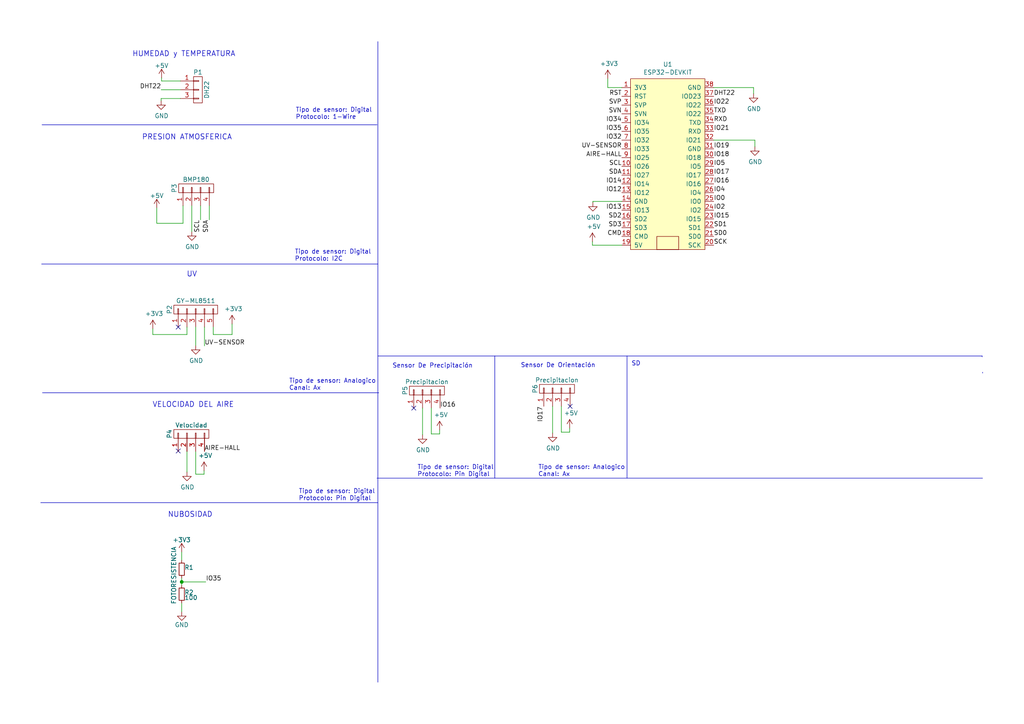
<source format=kicad_sch>
(kicad_sch (version 20230121) (generator eeschema)
  (paper "A4")
  (title_block (title "MeteoritoBoard") (date "2020-02-28") (rev "1.0") (company "ElectronicCats") (comment 1 "Andres Sabas") (comment 2 "Eduardo Contreras"))
  (lib_symbols
    (symbol "Device:R_Small" (pin_numbers hide) (pin_names (offset 0.254) hide)
      (property "Reference" "R" (at 0.762 0.508 0))
      (property "Value" "R_Small" (at 0.762 -1.016 0))
      (symbol "R_Small_0_1"
        (rectangle (start -0.762 1.778) (end 0.762 -1.778) (stroke (width 0.2032)))
      )
      (symbol "R_Small_1_1"
        (pin passive line (at 0 2.54 270) (length 0.762) (name "~") (number "1"))
        (pin passive line (at 0 -2.54 90) (length 0.762) (name "~") (number "2"))
      )
    )
    (symbol "meteorito-rescue:+3.3V-power" (power) (pin_names (offset 0))
      (property "Value" "+3.3V-power" (at 0 3.556 0))
      (symbol "+3.3V-power_0_1"
        (polyline (pts (xy -0.762 1.27) (xy 0 2.54)))
        (polyline (pts (xy 0 0) (xy 0 2.54)))
        (polyline (pts (xy 0 2.54) (xy 0.762 1.27)))
      )
      (symbol "+3.3V-power_1_1"
        (pin power_in line (at 0 0 90) (length 0) hide (name "+3V3") (number "1"))
      )
    )
    (symbol "meteorito-rescue:CONN_01X03" (pin_names (offset 1.016) hide)
      (property "Reference" "P" (at 0 5.08 0))
      (property "Value" "CONN_01X03" (at 2.54 0 90))
      (symbol "CONN_01X03_0_1"
        (rectangle (start -1.27 -2.413) (end 0.254 -2.667))
        (rectangle (start -1.27 0.127) (end 0.254 -0.127))
        (rectangle (start -1.27 2.667) (end 0.254 2.413))
        (rectangle (start -1.27 3.81) (end 1.27 -3.81))
      )
      (symbol "CONN_01X03_1_1"
        (pin passive line (at -5.08 2.54 0) (length 3.81) (name "P1") (number "1"))
        (pin passive line (at -5.08 0 0) (length 3.81) (name "P2") (number "2"))
        (pin passive line (at -5.08 -2.54 0) (length 3.81) (name "P3") (number "3"))
      )
    )
    (symbol "meteorito-rescue:CONN_01X04" (pin_names (offset 1.016) hide)
      (property "Reference" "P" (at 0 6.35 0))
      (property "Value" "CONN_01X04" (at 2.54 0 90))
      (symbol "CONN_01X04_0_1"
        (rectangle (start -1.27 -3.683) (end 0.254 -3.937))
        (rectangle (start -1.27 -1.143) (end 0.254 -1.397))
        (rectangle (start -1.27 1.397) (end 0.254 1.143))
        (rectangle (start -1.27 3.937) (end 0.254 3.683))
        (rectangle (start -1.27 5.08) (end 1.27 -5.08))
      )
      (symbol "CONN_01X04_1_1"
        (pin passive line (at -5.08 3.81 0) (length 3.81) (name "P1") (number "1"))
        (pin passive line (at -5.08 1.27 0) (length 3.81) (name "P2") (number "2"))
        (pin passive line (at -5.08 -1.27 0) (length 3.81) (name "P3") (number "3"))
        (pin passive line (at -5.08 -3.81 0) (length 3.81) (name "P4") (number "4"))
      )
    )
    (symbol "meteorito-rescue:CONN_01X05" (pin_names (offset 1.016) hide)
      (property "Reference" "P" (at 0 7.62 0))
      (property "Value" "CONN_01X05" (at 2.54 0 90))
      (symbol "CONN_01X05_0_1"
        (rectangle (start -1.27 -4.953) (end 0.254 -5.207))
        (rectangle (start -1.27 -2.413) (end 0.254 -2.667))
        (rectangle (start -1.27 0.127) (end 0.254 -0.127))
        (rectangle (start -1.27 2.667) (end 0.254 2.413))
        (rectangle (start -1.27 5.207) (end 0.254 4.953))
        (rectangle (start -1.27 6.35) (end 1.27 -6.35))
      )
      (symbol "CONN_01X05_1_1"
        (pin passive line (at -5.08 5.08 0) (length 3.81) (name "P1") (number "1"))
        (pin passive line (at -5.08 2.54 0) (length 3.81) (name "P2") (number "2"))
        (pin passive line (at -5.08 0 0) (length 3.81) (name "P3") (number "3"))
        (pin passive line (at -5.08 -2.54 0) (length 3.81) (name "P4") (number "4"))
        (pin passive line (at -5.08 -5.08 0) (length 3.81) (name "P5") (number "5"))
      )
    )
    (symbol "meteorito:ESP32-DEVKIT" (pin_names (offset 1.016))
      (property "Reference" "U" (at 1.27 1.27 0))
      (property "Value" "ESP32-DEVKIT" (at 22.86 1.27 0))
      (symbol "ESP32-DEVKIT_0_1"
        (rectangle (start 0 0) (end 21.59 -49.53) (fill (type background)))
        (rectangle (start 13.97 -49.53) (end 7.62 -45.72))
      )
      (symbol "ESP32-DEVKIT_1_1"
        (pin input line (at -2.54 -2.54 0) (length 2.54) (name "3V3") (number "1"))
        (pin input line (at -2.54 -25.4 0) (length 2.54) (name "IO26") (number "10"))
        (pin input line (at -2.54 -27.94 0) (length 2.54) (name "IO27") (number "11"))
        (pin input line (at -2.54 -30.48 0) (length 2.54) (name "IO14") (number "12"))
        (pin input line (at -2.54 -33.02 0) (length 2.54) (name "IO12") (number "13"))
        (pin input line (at -2.54 -35.56 0) (length 2.54) (name "GND") (number "14"))
        (pin input line (at -2.54 -38.1 0) (length 2.54) (name "IO13") (number "15"))
        (pin input line (at -2.54 -40.64 0) (length 2.54) (name "SD2") (number "16"))
        (pin input line (at -2.54 -43.18 0) (length 2.54) (name "SD3") (number "17"))
        (pin input line (at -2.54 -45.72 0) (length 2.54) (name "CMD") (number "18"))
        (pin input line (at -2.54 -48.26 0) (length 2.54) (name "5V") (number "19"))
        (pin input line (at -2.54 -5.08 0) (length 2.54) (name "RST") (number "2"))
        (pin input line (at 24.13 -48.26 180) (length 2.54) (name "SCK") (number "20"))
        (pin input line (at 24.13 -45.72 180) (length 2.54) (name "SD0") (number "21"))
        (pin input line (at 24.13 -43.18 180) (length 2.54) (name "SD1") (number "22"))
        (pin input line (at 24.13 -40.64 180) (length 2.54) (name "IO15") (number "23"))
        (pin input line (at 24.13 -38.1 180) (length 2.54) (name "IO2") (number "24"))
        (pin input line (at 24.13 -35.56 180) (length 2.54) (name "IO0") (number "25"))
        (pin input line (at 24.13 -33.02 180) (length 2.54) (name "IO4") (number "26"))
        (pin input line (at 24.13 -30.48 180) (length 2.54) (name "IO16") (number "27"))
        (pin input line (at 24.13 -27.94 180) (length 2.54) (name "IO17") (number "28"))
        (pin input line (at 24.13 -25.4 180) (length 2.54) (name "IO5") (number "29"))
        (pin input line (at -2.54 -7.62 0) (length 2.54) (name "SVP") (number "3"))
        (pin input line (at 24.13 -22.86 180) (length 2.54) (name "IO18") (number "30"))
        (pin input line (at 24.13 -20.32 180) (length 2.54) (name "GND") (number "31"))
        (pin input line (at 24.13 -17.78 180) (length 2.54) (name "IO21") (number "32"))
        (pin input line (at 24.13 -15.24 180) (length 2.54) (name "RXD") (number "33"))
        (pin input line (at 24.13 -12.7 180) (length 2.54) (name "TXD") (number "34"))
        (pin input line (at 24.13 -10.16 180) (length 2.54) (name "IO22") (number "35"))
        (pin input line (at 24.13 -7.62 180) (length 2.54) (name "IO22") (number "36"))
        (pin input line (at 24.13 -5.08 180) (length 2.54) (name "IOD23") (number "37"))
        (pin input line (at 24.13 -2.54 180) (length 2.54) (name "GND") (number "38"))
        (pin input line (at -2.54 -10.16 0) (length 2.54) (name "SVN") (number "4"))
        (pin input line (at -2.54 -12.7 0) (length 2.54) (name "IO34") (number "5"))
        (pin input line (at -2.54 -15.24 0) (length 2.54) (name "IO35") (number "6"))
        (pin input line (at -2.54 -17.78 0) (length 2.54) (name "IO32") (number "7"))
        (pin input line (at -2.54 -20.32 0) (length 2.54) (name "IO33") (number "8"))
        (pin input line (at -2.54 -22.86 0) (length 2.54) (name "IO25") (number "9"))
      )
    )
    (symbol "power:+5V" (power) (pin_names (offset 0))
      (property "Value" "+5V" (at 0 3.556 0))
      (symbol "+5V_0_1"
        (polyline (pts (xy -0.762 1.27) (xy 0 2.54)))
        (polyline (pts (xy 0 0) (xy 0 2.54)))
        (polyline (pts (xy 0 2.54) (xy 0.762 1.27)))
      )
      (symbol "+5V_1_1"
        (pin power_in line (at 0 0 90) (length 0) hide (name "+5V") (number "1"))
      )
    )
    (symbol "power:GND" (power) (pin_names (offset 0))
      (property "Value" "GND" (at 0 -3.81 0))
      (symbol "GND_0_1"
        (polyline (pts (xy 0 0) (xy 0 -1.27) (xy 1.27 -1.27) (xy 0 -2.54) (xy -1.27 -1.27) (xy 0 -1.27)))
      )
      (symbol "GND_1_1"
        (pin power_in line (at 0 0 270) (length 0) hide (name "GND") (number "1"))
      )
    )
  )
  (junction (at 52.705 168.783))
  (no_connect (at 120.015 118.364))
  (no_connect (at 51.689 94.869))
  (no_connect (at 51.689 130.81))
  (no_connect (at 165.354 117.856))
  (wire (pts (xy 56.769 100.203) (xy 56.769 94.869)))
  (polyline (pts (xy 109.347 138.684) (xy 284.988 138.684)))
  (wire (pts (xy 160.274 117.856) (xy 160.274 125.603)))
  (wire (pts (xy 59.309 94.869) (xy 59.309 100.33)))
  (wire (pts (xy 127.508 124.714) (xy 127.508 125.857)))
  (wire (pts (xy 58.166 59.69) (xy 58.166 63.754)))
  (wire (pts (xy 54.229 94.869) (xy 54.229 97.028)))
  (wire (pts (xy 218.567 25.4) (xy 207.01 25.4)))
  (polyline (pts (xy 11.811 145.796) (xy 109.601 145.796)))
  (wire (pts (xy 61.849 94.869) (xy 61.849 97.028)))
  (wire (pts (xy 218.567 27.178) (xy 218.567 25.4)))
  (wire (pts (xy 165.227 125.349) (xy 162.814 125.349)))
  (wire (pts (xy 46.736 28.575) (xy 52.324 28.575)))
  (wire (pts (xy 52.705 174.879) (xy 52.705 177.419)))
  (polyline (pts (xy 12.192 36.195) (xy 109.347 36.195)))
  (wire (pts (xy 218.948 42.545) (xy 218.948 40.64)))
  (wire (pts (xy 171.831 71.12) (xy 180.34 71.12)))
  (polyline (pts (xy 284.988 108.204) (xy 284.988 107.95)))
  (wire (pts (xy 54.229 130.937) (xy 54.229 136.906)))
  (polyline (pts (xy 12.065 76.581) (xy 109.601 76.581)))
  (wire (pts (xy 180.34 25.4) (xy 176.276 25.4)))
  (wire (pts (xy 53.086 59.69) (xy 53.086 64.77)))
  (wire (pts (xy 60.706 59.69) (xy 60.706 63.754)))
  (polyline (pts (xy 12.319 113.919) (xy 109.855 113.919)))
  (wire (pts (xy 44.323 95.377) (xy 44.323 97.028)))
  (wire (pts (xy 122.555 118.364) (xy 122.555 126.111)))
  (polyline (pts (xy 284.861 103.251) (xy 284.861 103.505)))
  (wire (pts (xy 165.227 124.206) (xy 165.227 125.349)))
  (wire (pts (xy 171.958 58.42) (xy 180.34 58.42)))
  (wire (pts (xy 52.705 168.783) (xy 59.69 168.783)))
  (wire (pts (xy 61.849 97.028) (xy 67.31 97.028)))
  (wire (pts (xy 176.276 25.4) (xy 176.276 22.86)))
  (wire (pts (xy 56.769 130.937) (xy 56.769 137.541)))
  (wire (pts (xy 46.736 29.21) (xy 46.736 28.575)))
  (wire (pts (xy 59.182 136.525) (xy 59.182 137.541)))
  (wire (pts (xy 52.705 160.147) (xy 52.705 162.56)))
  (wire (pts (xy 52.324 23.495) (xy 46.863 23.495)))
  (wire (pts (xy 45.466 64.77) (xy 45.466 60.325)))
  (wire (pts (xy 46.863 23.495) (xy 46.863 22.606)))
  (wire (pts (xy 46.736 26.035) (xy 52.324 26.035)))
  (wire (pts (xy 171.831 70.104) (xy 171.831 71.12)))
  (wire (pts (xy 59.182 137.541) (xy 56.769 137.541)))
  (wire (pts (xy 53.086 64.77) (xy 45.466 64.77)))
  (polyline (pts (xy 109.601 12.065) (xy 109.601 197.866)))
  (polyline (pts (xy 143.51 103.251) (xy 143.51 138.684)))
  (wire (pts (xy 52.705 168.783) (xy 52.705 167.64)))
  (wire (pts (xy 67.31 97.028) (xy 67.31 93.98)))
  (wire (pts (xy 55.626 67.183) (xy 55.626 59.69)))
  (wire (pts (xy 44.323 97.028) (xy 54.229 97.028)))
  (polyline (pts (xy 181.864 103.251) (xy 181.864 138.684)))
  (wire (pts (xy 162.814 117.856) (xy 162.814 125.349)))
  (wire (pts (xy 218.948 40.64) (xy 207.01 40.64)))
  (wire (pts (xy 171.958 58.674) (xy 171.958 58.42)))
  (wire (pts (xy 52.705 169.799) (xy 52.705 168.783)))
  (wire (pts (xy 127.508 125.857) (xy 125.095 125.857)))
  (polyline (pts (xy 109.601 103.251) (xy 284.861 103.251)))
  (wire (pts (xy 125.095 118.364) (xy 125.095 125.857)))
  (text "PRESION ATMOSFERICA" (at 41.148 40.767 0) (effects (font (size 1.524 1.524)) (justify left bottom)))
  (text "\n\n" (at 134.62 106.68 0) (effects (font (size 1.27 1.27)) (justify left bottom)))
  (text "Sensor De Orientación \n" (at 151.003 106.807 0) (effects (font (size 1.27 1.27)) (justify left bottom)))
  (text "Tipo de sensor: Digital\nProtocolo: I2C\n\n" (at 85.471 77.978 0) (effects (font (size 1.27 1.27)) (justify left bottom)))
  (text "HUMEDAD y TEMPERATURA" (at 38.354 16.637 0) (effects (font (size 1.524 1.524)) (justify left bottom)))
  (text "Tipo de sensor: Digital\nProtocolo: Pin Digital\n\n" (at 121.031 140.462 0) (effects (font (size 1.27 1.27)) (justify left bottom)))
  (text "Sensor De Precipitación \n" (at 113.792 106.934 0) (effects (font (size 1.27 1.27)) (justify left bottom)))
  (text "Tipo de sensor: Analogico\nCanal: Ax\n \n\n" (at 156.083 142.494 0) (effects (font (size 1.27 1.27)) (justify left bottom)))
  (text "Tipo de sensor: Digital\nProtocolo: Pin Digital\n\n" (at 86.614 147.447 0) (effects (font (size 1.27 1.27)) (justify left bottom)))
  (text "UV" (at 54.102 80.518 0) (effects (font (size 1.524 1.524)) (justify left bottom)))
  (text "VELOCIDAD DEL AIRE" (at 44.196 118.364 0) (effects (font (size 1.524 1.524)) (justify left bottom)))
  (text "Tipo de sensor: Analogico\nCanal: Ax\n \n\n" (at 83.82 117.475 0) (effects (font (size 1.27 1.27)) (justify left bottom)))
  (text "Tipo de sensor: Digital\nProtocolo: 1-Wire" (at 85.725 34.798 0) (effects (font (size 1.27 1.27)) (justify left bottom)))
  (text "NUBOSIDAD" (at 48.641 150.241 0) (effects (font (size 1.524 1.524)) (justify left bottom)))
  (text "SD" (at 183.134 106.299 0) (effects (font (size 1.27 1.27)) (justify left bottom)))
  (label "SD0" (at 207.01 68.58 0))
  (label "SCL" (at 180.34 48.26 180))
  (label "SD2" (at 180.34 63.5 180))
  (label "AIRE-HALL" (at 59.309 130.937 0))
  (label "UV-SENSOR" (at 180.34 43.18 180))
  (label "IO16" (at 127.635 118.364 0))
  (label "SD1" (at 207.01 66.04 0))
  (label "SD3" (at 180.34 66.04 180))
  (label "UV-SENSOR" (at 59.309 100.33 0))
  (label "SDA" (at 180.34 50.8 180))
  (label "IO12" (at 180.34 55.88 180))
  (label "SVN" (at 180.34 33.02 180))
  (label "IO18" (at 207.01 45.72 0))
  (label "RST" (at 180.34 27.94 180))
  (label "TXD" (at 207.01 33.02 0))
  (label "IO17" (at 157.734 117.856 270))
  (label "SVP" (at 180.34 30.48 180))
  (label "IO16" (at 207.01 53.34 0))
  (label "AIRE-HALL" (at 180.34 45.72 180))
  (label "SDA" (at 60.706 63.754 270))
  (label "IO21" (at 207.01 38.1 0))
  (label "IO2" (at 207.01 60.96 0))
  (label "CMD" (at 180.34 68.58 180))
  (label "IO35" (at 59.69 168.783 0))
  (label "IO14" (at 180.34 53.34 180))
  (label "DHT22" (at 46.736 26.035 180))
  (label "RXD" (at 207.01 35.56 0))
  (label "IO4" (at 207.01 55.88 0))
  (label "IO19" (at 207.01 43.18 0))
  (label "SCK" (at 207.01 71.12 0))
  (label "IO35" (at 180.34 38.1 180))
  (label "DHT22" (at 207.01 27.94 0))
  (label "IO15" (at 207.01 63.5 0))
  (label "IO13" (at 180.34 60.96 180))
  (label "IO17" (at 207.01 50.8 0))
  (label "IO22" (at 207.01 30.48 0))
  (label "IO5" (at 207.01 48.26 0))
  (label "IO32" (at 180.34 40.64 180))
  (label "IO34" (at 180.34 35.56 180))
  (label "SCL" (at 58.166 63.754 270))
  (label "IO0" (at 207.01 58.42 0))
  (symbol (lib_id "meteorito-rescue:CONN_01X03") (at 57.404 26.035 0) (unit 1)
    (property "Reference" "P1" (at 57.404 20.955 0))
    (property "Value" "DH22" (at 59.944 26.035 90))
    (property "Footprint" "Connector_PinHeader_2.54mm:PinHeader_1x03_P2.54mm_Vertical" (effects hide))
  )
  (symbol (lib_id "meteorito-rescue:CONN_01X04") (at 56.896 54.61 90) (unit 1)
    (property "Reference" "P3" (at 50.546 54.61 0))
    (property "Value" "BMP180" (at 56.896 52.07 90))
    (property "Footprint" "Connector_PinHeader_2.54mm:PinHeader_1x04_P2.54mm_Vertical" (effects hide))
  )
  (symbol (lib_id "meteorito-rescue:CONN_01X05") (at 56.769 89.789 90) (unit 1)
    (property "Reference" "P2" (at 49.149 89.789 0))
    (property "Value" "GY-ML8511" (at 56.769 87.249 90))
    (property "Footprint" "Connector_PinHeader_2.54mm:PinHeader_1x05_P2.54mm_Vertical" (effects hide))
  )
  (symbol (lib_id "power:+5V") (at 45.466 60.325 0) (unit 1)
    (property "Reference" "#PWR07" (effects hide))
    (property "Value" "+5V" (at 45.466 56.769 0))
  )
  (symbol (lib_id "Device:R_Small") (at 52.705 165.1 0) (unit 1)
    (property "Reference" "R1" (at 53.467 164.592 0) (effects (justify left)))
    (property "Value" "FOTORESISTENCIA" (at 50.419 175.26 90) (effects (justify left)))
    (property "Footprint" "Resistor_THT:R_Axial_DIN0204_L3.6mm_D1.6mm_P2.54mm_Vertical" (effects hide))
  )
  (symbol (lib_id "Device:R_Small") (at 52.705 172.339 0) (unit 1)
    (property "Reference" "R2" (at 53.467 171.831 0) (effects (justify left)))
    (property "Value" "100" (at 53.467 173.355 0) (effects (justify left)))
    (property "Footprint" "Resistor_THT:R_Axial_DIN0204_L3.6mm_D1.6mm_P7.62mm_Horizontal" (effects hide))
  )
  (symbol (lib_id "power:GND") (at 52.705 177.419 0) (unit 1)
    (property "Reference" "#PWR08" (effects hide))
    (property "Value" "GND" (at 52.705 181.229 0))
  )
  (symbol (lib_id "meteorito-rescue:+3.3V-power") (at 52.705 160.147 0) (unit 1)
    (property "Reference" "#PWR05" (effects hide))
    (property "Value" "+3.3V" (at 52.705 156.591 0))
  )
  (symbol (lib_id "power:+5V") (at 59.182 136.525 0) (unit 1)
    (property "Reference" "#PWR02" (effects hide))
    (property "Value" "+5V" (at 59.563 132.1308 0))
  )
  (symbol (lib_id "power:GND") (at 54.229 136.906 0) (unit 1)
    (property "Reference" "#PWR03" (effects hide))
    (property "Value" "GND" (at 54.356 141.3002 0))
  )
  (symbol (lib_id "power:GND") (at 56.769 100.203 0) (unit 1)
    (property "Reference" "#PWR09" (effects hide))
    (property "Value" "GND" (at 56.896 104.5972 0))
  )
  (symbol (lib_id "power:+5V") (at 127.508 124.714 0) (unit 1)
    (property "Reference" "#PWR012" (effects hide))
    (property "Value" "+5V" (at 127.889 120.3198 0))
  )
  (symbol (lib_id "power:GND") (at 122.555 126.111 0) (unit 1)
    (property "Reference" "#PWR013" (effects hide))
    (property "Value" "GND" (at 122.682 130.5052 0))
  )
  (symbol (lib_id "power:GND") (at 46.736 29.21 0) (unit 1)
    (property "Reference" "#PWR0101" (effects hide))
    (property "Value" "GND" (at 46.863 33.6042 0))
  )
  (symbol (lib_id "power:+5V") (at 46.863 22.606 0) (unit 1)
    (property "Reference" "#PWR0102" (effects hide))
    (property "Value" "+5V" (at 46.863 19.05 0))
  )
  (symbol (lib_id "power:GND") (at 171.958 58.674 0) (unit 1)
    (property "Reference" "#PWR0105" (effects hide))
    (property "Value" "GND" (at 172.085 63.0682 0))
  )
  (symbol (lib_id "power:+5V") (at 171.831 70.104 0) (unit 1)
    (property "Reference" "#PWR0106" (effects hide))
    (property "Value" "+5V" (at 172.212 65.7098 0))
  )
  (symbol (lib_id "meteorito-rescue:+3.3V-power") (at 176.276 22.86 0) (unit 1)
    (property "Reference" "#PWR0107" (effects hide))
    (property "Value" "+3.3V" (at 176.657 18.4658 0))
  )
  (symbol (lib_id "meteorito-rescue:+3.3V-power") (at 67.31 93.98 0) (unit 1)
    (property "Reference" "#PWR0108" (effects hide))
    (property "Value" "+3.3V" (at 67.691 89.5858 0))
  )
  (symbol (lib_id "meteorito-rescue:+3.3V-power") (at 44.323 95.377 0) (unit 1)
    (property "Reference" "#PWR0109" (effects hide))
    (property "Value" "+3.3V" (at 44.704 90.9828 0))
  )
  (symbol (lib_id "power:GND") (at 218.567 27.178 0) (unit 1)
    (property "Reference" "#PWR0103" (effects hide))
    (property "Value" "GND" (at 218.694 31.5722 0))
  )
  (symbol (lib_id "power:GND") (at 218.948 42.545 0) (unit 1)
    (property "Reference" "#PWR0104" (effects hide))
    (property "Value" "GND" (at 219.075 46.9392 0))
  )
  (symbol (lib_id "power:GND") (at 55.626 67.183 0) (unit 1)
    (property "Reference" "#PWR0110" (effects hide))
    (property "Value" "GND" (at 55.753 71.5772 0))
  )
  (symbol (lib_id "meteorito:ESP32-DEVKIT") (at 182.88 22.86 0) (unit 1)
    (property "Reference" "U1" (at 193.675 18.669 0))
    (property "Value" "ESP32-DEVKIT" (at 193.675 20.9804 0))
    (property "Footprint" "meteorito:ESP32-DEVKIT" (effects hide))
  )
  (symbol (lib_id "power:+5V") (at 165.227 124.206 0) (unit 1)
    (property "Reference" "#PWR0111" (effects hide))
    (property "Value" "+5V" (at 165.608 119.8118 0))
  )
  (symbol (lib_id "power:GND") (at 160.274 125.603 0) (unit 1)
    (property "Reference" "#PWR0112" (effects hide))
    (property "Value" "GND" (at 160.401 129.9972 0))
  )
  (symbol (lib_id "meteorito-rescue:CONN_01X04") (at 55.499 125.857 90) (unit 1)
    (property "Reference" "P4" (at 49.149 125.857 0))
    (property "Value" "Velocidad" (at 55.499 123.317 90))
    (property "Footprint" "Connector_PinHeader_2.54mm:PinHeader_1x04_P2.54mm_Vertical" (effects hide))
  )
  (symbol (lib_id "meteorito-rescue:CONN_01X04") (at 123.825 113.284 90) (unit 1)
    (property "Reference" "P5" (at 117.475 113.284 0))
    (property "Value" "Precipitacion" (at 123.825 110.744 90))
    (property "Footprint" "Connector_PinHeader_2.54mm:PinHeader_1x04_P2.54mm_Vertical" (effects hide))
  )
  (symbol (lib_id "meteorito-rescue:CONN_01X04") (at 161.544 112.776 90) (unit 1)
    (property "Reference" "P6" (at 155.194 112.776 0))
    (property "Value" "Precipitacion" (at 161.544 110.236 90))
    (property "Footprint" "Connector_PinHeader_2.54mm:PinHeader_1x04_P2.54mm_Vertical" (effects hide))
  )
)
</source>
